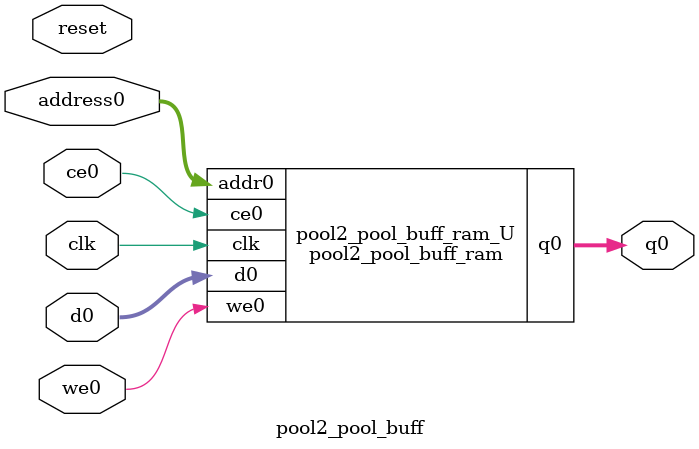
<source format=v>
`timescale 1 ns / 1 ps
module pool2_pool_buff_ram (addr0, ce0, d0, we0, q0,  clk);

parameter DWIDTH = 32;
parameter AWIDTH = 8;
parameter MEM_SIZE = 169;

input[AWIDTH-1:0] addr0;
input ce0;
input[DWIDTH-1:0] d0;
input we0;
output reg[DWIDTH-1:0] q0;
input clk;

(* ram_style = "block" *)reg [DWIDTH-1:0] ram[0:MEM_SIZE-1];




always @(posedge clk)  
begin 
    if (ce0) 
    begin
        if (we0) 
        begin 
            ram[addr0] <= d0; 
        end 
        q0 <= ram[addr0];
    end
end


endmodule

`timescale 1 ns / 1 ps
module pool2_pool_buff(
    reset,
    clk,
    address0,
    ce0,
    we0,
    d0,
    q0);

parameter DataWidth = 32'd32;
parameter AddressRange = 32'd169;
parameter AddressWidth = 32'd8;
input reset;
input clk;
input[AddressWidth - 1:0] address0;
input ce0;
input we0;
input[DataWidth - 1:0] d0;
output[DataWidth - 1:0] q0;



pool2_pool_buff_ram pool2_pool_buff_ram_U(
    .clk( clk ),
    .addr0( address0 ),
    .ce0( ce0 ),
    .we0( we0 ),
    .d0( d0 ),
    .q0( q0 ));

endmodule


</source>
